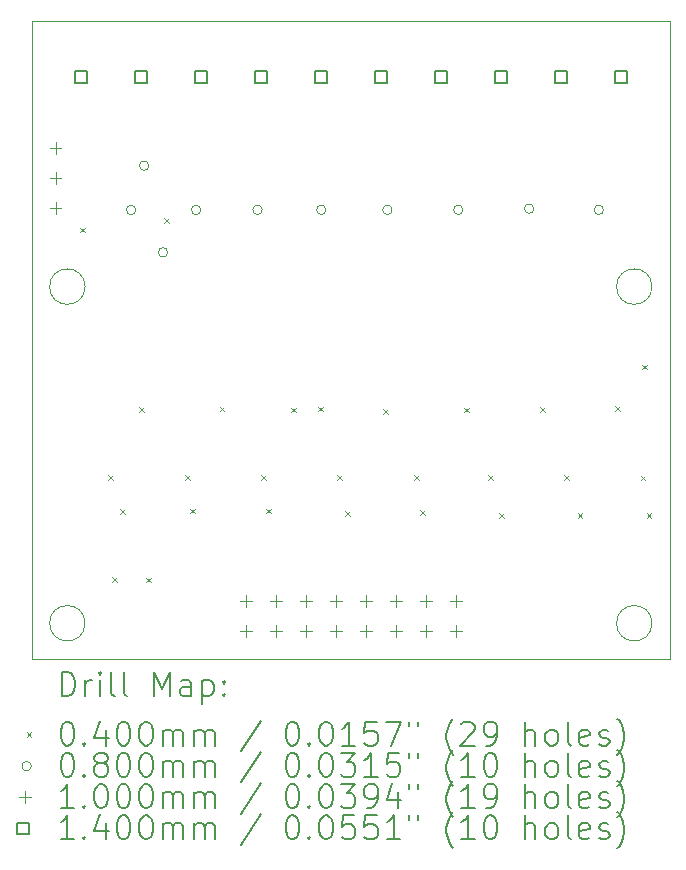
<source format=gbr>
%TF.GenerationSoftware,KiCad,Pcbnew,6.0.11+dfsg-1~bpo11+1*%
%TF.CreationDate,2023-04-06T13:57:45+02:00*%
%TF.ProjectId,dout-8_11,646f7574-2d38-45f3-9131-2e6b69636164,1.1*%
%TF.SameCoordinates,Original*%
%TF.FileFunction,Drillmap*%
%TF.FilePolarity,Positive*%
%FSLAX45Y45*%
G04 Gerber Fmt 4.5, Leading zero omitted, Abs format (unit mm)*
G04 Created by KiCad (PCBNEW 6.0.11+dfsg-1~bpo11+1) date 2023-04-06 13:57:45*
%MOMM*%
%LPD*%
G01*
G04 APERTURE LIST*
%ADD10C,0.100000*%
%ADD11C,0.200000*%
%ADD12C,0.040000*%
%ADD13C,0.080000*%
%ADD14C,0.140000*%
G04 APERTURE END LIST*
D10*
X17850000Y-8850000D02*
G75*
G03*
X17850000Y-8850000I-150000J0D01*
G01*
X17850000Y-11700000D02*
G75*
G03*
X17850000Y-11700000I-150000J0D01*
G01*
X13050000Y-11700000D02*
G75*
G03*
X13050000Y-11700000I-150000J0D01*
G01*
X12600000Y-12000000D02*
X18000000Y-12000000D01*
X18000000Y-12000000D02*
X18000000Y-6600000D01*
X18000000Y-6600000D02*
X12600000Y-6600000D01*
X12600000Y-6600000D02*
X12600000Y-12000000D01*
X13050000Y-8850000D02*
G75*
G03*
X13050000Y-8850000I-150000J0D01*
G01*
D11*
D12*
X13010000Y-8350000D02*
X13050000Y-8390000D01*
X13050000Y-8350000D02*
X13010000Y-8390000D01*
X13245000Y-10445000D02*
X13285000Y-10485000D01*
X13285000Y-10445000D02*
X13245000Y-10485000D01*
X13280000Y-11310000D02*
X13320000Y-11350000D01*
X13320000Y-11310000D02*
X13280000Y-11350000D01*
X13345000Y-10735000D02*
X13385000Y-10775000D01*
X13385000Y-10735000D02*
X13345000Y-10775000D01*
X13510000Y-9870000D02*
X13550000Y-9910000D01*
X13550000Y-9870000D02*
X13510000Y-9910000D01*
X13565000Y-11315000D02*
X13605000Y-11355000D01*
X13605000Y-11315000D02*
X13565000Y-11355000D01*
X13720000Y-8270000D02*
X13760000Y-8310000D01*
X13760000Y-8270000D02*
X13720000Y-8310000D01*
X13895000Y-10445000D02*
X13935000Y-10485000D01*
X13935000Y-10445000D02*
X13895000Y-10485000D01*
X13940000Y-10730000D02*
X13980000Y-10770000D01*
X13980000Y-10730000D02*
X13940000Y-10770000D01*
X14190000Y-9865000D02*
X14230000Y-9905000D01*
X14230000Y-9865000D02*
X14190000Y-9905000D01*
X14540000Y-10445000D02*
X14580000Y-10485000D01*
X14580000Y-10445000D02*
X14540000Y-10485000D01*
X14585000Y-10730000D02*
X14625000Y-10770000D01*
X14625000Y-10730000D02*
X14585000Y-10770000D01*
X14795000Y-9875000D02*
X14835000Y-9915000D01*
X14835000Y-9875000D02*
X14795000Y-9915000D01*
X15025000Y-9865000D02*
X15065000Y-9905000D01*
X15065000Y-9865000D02*
X15025000Y-9905000D01*
X15185000Y-10445000D02*
X15225000Y-10485000D01*
X15225000Y-10445000D02*
X15185000Y-10485000D01*
X15250000Y-10750000D02*
X15290000Y-10790000D01*
X15290000Y-10750000D02*
X15250000Y-10790000D01*
X15575000Y-9890000D02*
X15615000Y-9930000D01*
X15615000Y-9890000D02*
X15575000Y-9930000D01*
X15835000Y-10445000D02*
X15875000Y-10485000D01*
X15875000Y-10445000D02*
X15835000Y-10485000D01*
X15885000Y-10740000D02*
X15925000Y-10780000D01*
X15925000Y-10740000D02*
X15885000Y-10780000D01*
X16260000Y-9875000D02*
X16300000Y-9915000D01*
X16300000Y-9875000D02*
X16260000Y-9915000D01*
X16465000Y-10445000D02*
X16505000Y-10485000D01*
X16505000Y-10445000D02*
X16465000Y-10485000D01*
X16555000Y-10765000D02*
X16595000Y-10805000D01*
X16595000Y-10765000D02*
X16555000Y-10805000D01*
X16905000Y-9870000D02*
X16945000Y-9910000D01*
X16945000Y-9870000D02*
X16905000Y-9910000D01*
X17105000Y-10445000D02*
X17145000Y-10485000D01*
X17145000Y-10445000D02*
X17105000Y-10485000D01*
X17220000Y-10770000D02*
X17260000Y-10810000D01*
X17260000Y-10770000D02*
X17220000Y-10810000D01*
X17540000Y-9860000D02*
X17580000Y-9900000D01*
X17580000Y-9860000D02*
X17540000Y-9900000D01*
X17755000Y-10450000D02*
X17795000Y-10490000D01*
X17795000Y-10450000D02*
X17755000Y-10490000D01*
X17765000Y-9510000D02*
X17805000Y-9550000D01*
X17805000Y-9510000D02*
X17765000Y-9550000D01*
X17805000Y-10770000D02*
X17845000Y-10810000D01*
X17845000Y-10770000D02*
X17805000Y-10810000D01*
D13*
X13480000Y-8200000D02*
G75*
G03*
X13480000Y-8200000I-40000J0D01*
G01*
X13590000Y-7825000D02*
G75*
G03*
X13590000Y-7825000I-40000J0D01*
G01*
X13750000Y-8560000D02*
G75*
G03*
X13750000Y-8560000I-40000J0D01*
G01*
X14030000Y-8200000D02*
G75*
G03*
X14030000Y-8200000I-40000J0D01*
G01*
X14550000Y-8200000D02*
G75*
G03*
X14550000Y-8200000I-40000J0D01*
G01*
X15090000Y-8200000D02*
G75*
G03*
X15090000Y-8200000I-40000J0D01*
G01*
X15650000Y-8200000D02*
G75*
G03*
X15650000Y-8200000I-40000J0D01*
G01*
X16250000Y-8200000D02*
G75*
G03*
X16250000Y-8200000I-40000J0D01*
G01*
X16850000Y-8190000D02*
G75*
G03*
X16850000Y-8190000I-40000J0D01*
G01*
X17440000Y-8200000D02*
G75*
G03*
X17440000Y-8200000I-40000J0D01*
G01*
D10*
X12800000Y-7627500D02*
X12800000Y-7727500D01*
X12750000Y-7677500D02*
X12850000Y-7677500D01*
X12800000Y-7881500D02*
X12800000Y-7981500D01*
X12750000Y-7931500D02*
X12850000Y-7931500D01*
X12800000Y-8135500D02*
X12800000Y-8235500D01*
X12750000Y-8185500D02*
X12850000Y-8185500D01*
X14411000Y-11462000D02*
X14411000Y-11562000D01*
X14361000Y-11512000D02*
X14461000Y-11512000D01*
X14411000Y-11716000D02*
X14411000Y-11816000D01*
X14361000Y-11766000D02*
X14461000Y-11766000D01*
X14665000Y-11462000D02*
X14665000Y-11562000D01*
X14615000Y-11512000D02*
X14715000Y-11512000D01*
X14665000Y-11716000D02*
X14665000Y-11816000D01*
X14615000Y-11766000D02*
X14715000Y-11766000D01*
X14919000Y-11462000D02*
X14919000Y-11562000D01*
X14869000Y-11512000D02*
X14969000Y-11512000D01*
X14919000Y-11716000D02*
X14919000Y-11816000D01*
X14869000Y-11766000D02*
X14969000Y-11766000D01*
X15173000Y-11462000D02*
X15173000Y-11562000D01*
X15123000Y-11512000D02*
X15223000Y-11512000D01*
X15173000Y-11716000D02*
X15173000Y-11816000D01*
X15123000Y-11766000D02*
X15223000Y-11766000D01*
X15427000Y-11462000D02*
X15427000Y-11562000D01*
X15377000Y-11512000D02*
X15477000Y-11512000D01*
X15427000Y-11716000D02*
X15427000Y-11816000D01*
X15377000Y-11766000D02*
X15477000Y-11766000D01*
X15681000Y-11462000D02*
X15681000Y-11562000D01*
X15631000Y-11512000D02*
X15731000Y-11512000D01*
X15681000Y-11716000D02*
X15681000Y-11816000D01*
X15631000Y-11766000D02*
X15731000Y-11766000D01*
X15935000Y-11462000D02*
X15935000Y-11562000D01*
X15885000Y-11512000D02*
X15985000Y-11512000D01*
X15935000Y-11716000D02*
X15935000Y-11816000D01*
X15885000Y-11766000D02*
X15985000Y-11766000D01*
X16189000Y-11462000D02*
X16189000Y-11562000D01*
X16139000Y-11512000D02*
X16239000Y-11512000D01*
X16189000Y-11716000D02*
X16189000Y-11816000D01*
X16139000Y-11766000D02*
X16239000Y-11766000D01*
D14*
X13063498Y-7127248D02*
X13063498Y-7028252D01*
X12964502Y-7028252D01*
X12964502Y-7127248D01*
X13063498Y-7127248D01*
X13571498Y-7127248D02*
X13571498Y-7028252D01*
X13472502Y-7028252D01*
X13472502Y-7127248D01*
X13571498Y-7127248D01*
X14079498Y-7127248D02*
X14079498Y-7028252D01*
X13980502Y-7028252D01*
X13980502Y-7127248D01*
X14079498Y-7127248D01*
X14587498Y-7127248D02*
X14587498Y-7028252D01*
X14488502Y-7028252D01*
X14488502Y-7127248D01*
X14587498Y-7127248D01*
X15095498Y-7127248D02*
X15095498Y-7028252D01*
X14996502Y-7028252D01*
X14996502Y-7127248D01*
X15095498Y-7127248D01*
X15603498Y-7127248D02*
X15603498Y-7028252D01*
X15504502Y-7028252D01*
X15504502Y-7127248D01*
X15603498Y-7127248D01*
X16111498Y-7127248D02*
X16111498Y-7028252D01*
X16012502Y-7028252D01*
X16012502Y-7127248D01*
X16111498Y-7127248D01*
X16619498Y-7127248D02*
X16619498Y-7028252D01*
X16520502Y-7028252D01*
X16520502Y-7127248D01*
X16619498Y-7127248D01*
X17127498Y-7127248D02*
X17127498Y-7028252D01*
X17028502Y-7028252D01*
X17028502Y-7127248D01*
X17127498Y-7127248D01*
X17635498Y-7127248D02*
X17635498Y-7028252D01*
X17536502Y-7028252D01*
X17536502Y-7127248D01*
X17635498Y-7127248D01*
D11*
X12852619Y-12315476D02*
X12852619Y-12115476D01*
X12900238Y-12115476D01*
X12928809Y-12125000D01*
X12947857Y-12144048D01*
X12957381Y-12163095D01*
X12966905Y-12201190D01*
X12966905Y-12229762D01*
X12957381Y-12267857D01*
X12947857Y-12286905D01*
X12928809Y-12305952D01*
X12900238Y-12315476D01*
X12852619Y-12315476D01*
X13052619Y-12315476D02*
X13052619Y-12182143D01*
X13052619Y-12220238D02*
X13062143Y-12201190D01*
X13071667Y-12191667D01*
X13090714Y-12182143D01*
X13109762Y-12182143D01*
X13176428Y-12315476D02*
X13176428Y-12182143D01*
X13176428Y-12115476D02*
X13166905Y-12125000D01*
X13176428Y-12134524D01*
X13185952Y-12125000D01*
X13176428Y-12115476D01*
X13176428Y-12134524D01*
X13300238Y-12315476D02*
X13281190Y-12305952D01*
X13271667Y-12286905D01*
X13271667Y-12115476D01*
X13405000Y-12315476D02*
X13385952Y-12305952D01*
X13376428Y-12286905D01*
X13376428Y-12115476D01*
X13633571Y-12315476D02*
X13633571Y-12115476D01*
X13700238Y-12258333D01*
X13766905Y-12115476D01*
X13766905Y-12315476D01*
X13947857Y-12315476D02*
X13947857Y-12210714D01*
X13938333Y-12191667D01*
X13919286Y-12182143D01*
X13881190Y-12182143D01*
X13862143Y-12191667D01*
X13947857Y-12305952D02*
X13928809Y-12315476D01*
X13881190Y-12315476D01*
X13862143Y-12305952D01*
X13852619Y-12286905D01*
X13852619Y-12267857D01*
X13862143Y-12248809D01*
X13881190Y-12239286D01*
X13928809Y-12239286D01*
X13947857Y-12229762D01*
X14043095Y-12182143D02*
X14043095Y-12382143D01*
X14043095Y-12191667D02*
X14062143Y-12182143D01*
X14100238Y-12182143D01*
X14119286Y-12191667D01*
X14128809Y-12201190D01*
X14138333Y-12220238D01*
X14138333Y-12277381D01*
X14128809Y-12296428D01*
X14119286Y-12305952D01*
X14100238Y-12315476D01*
X14062143Y-12315476D01*
X14043095Y-12305952D01*
X14224048Y-12296428D02*
X14233571Y-12305952D01*
X14224048Y-12315476D01*
X14214524Y-12305952D01*
X14224048Y-12296428D01*
X14224048Y-12315476D01*
X14224048Y-12191667D02*
X14233571Y-12201190D01*
X14224048Y-12210714D01*
X14214524Y-12201190D01*
X14224048Y-12191667D01*
X14224048Y-12210714D01*
D12*
X12555000Y-12625000D02*
X12595000Y-12665000D01*
X12595000Y-12625000D02*
X12555000Y-12665000D01*
D11*
X12890714Y-12535476D02*
X12909762Y-12535476D01*
X12928809Y-12545000D01*
X12938333Y-12554524D01*
X12947857Y-12573571D01*
X12957381Y-12611667D01*
X12957381Y-12659286D01*
X12947857Y-12697381D01*
X12938333Y-12716428D01*
X12928809Y-12725952D01*
X12909762Y-12735476D01*
X12890714Y-12735476D01*
X12871667Y-12725952D01*
X12862143Y-12716428D01*
X12852619Y-12697381D01*
X12843095Y-12659286D01*
X12843095Y-12611667D01*
X12852619Y-12573571D01*
X12862143Y-12554524D01*
X12871667Y-12545000D01*
X12890714Y-12535476D01*
X13043095Y-12716428D02*
X13052619Y-12725952D01*
X13043095Y-12735476D01*
X13033571Y-12725952D01*
X13043095Y-12716428D01*
X13043095Y-12735476D01*
X13224048Y-12602143D02*
X13224048Y-12735476D01*
X13176428Y-12525952D02*
X13128809Y-12668809D01*
X13252619Y-12668809D01*
X13366905Y-12535476D02*
X13385952Y-12535476D01*
X13405000Y-12545000D01*
X13414524Y-12554524D01*
X13424048Y-12573571D01*
X13433571Y-12611667D01*
X13433571Y-12659286D01*
X13424048Y-12697381D01*
X13414524Y-12716428D01*
X13405000Y-12725952D01*
X13385952Y-12735476D01*
X13366905Y-12735476D01*
X13347857Y-12725952D01*
X13338333Y-12716428D01*
X13328809Y-12697381D01*
X13319286Y-12659286D01*
X13319286Y-12611667D01*
X13328809Y-12573571D01*
X13338333Y-12554524D01*
X13347857Y-12545000D01*
X13366905Y-12535476D01*
X13557381Y-12535476D02*
X13576428Y-12535476D01*
X13595476Y-12545000D01*
X13605000Y-12554524D01*
X13614524Y-12573571D01*
X13624048Y-12611667D01*
X13624048Y-12659286D01*
X13614524Y-12697381D01*
X13605000Y-12716428D01*
X13595476Y-12725952D01*
X13576428Y-12735476D01*
X13557381Y-12735476D01*
X13538333Y-12725952D01*
X13528809Y-12716428D01*
X13519286Y-12697381D01*
X13509762Y-12659286D01*
X13509762Y-12611667D01*
X13519286Y-12573571D01*
X13528809Y-12554524D01*
X13538333Y-12545000D01*
X13557381Y-12535476D01*
X13709762Y-12735476D02*
X13709762Y-12602143D01*
X13709762Y-12621190D02*
X13719286Y-12611667D01*
X13738333Y-12602143D01*
X13766905Y-12602143D01*
X13785952Y-12611667D01*
X13795476Y-12630714D01*
X13795476Y-12735476D01*
X13795476Y-12630714D02*
X13805000Y-12611667D01*
X13824048Y-12602143D01*
X13852619Y-12602143D01*
X13871667Y-12611667D01*
X13881190Y-12630714D01*
X13881190Y-12735476D01*
X13976428Y-12735476D02*
X13976428Y-12602143D01*
X13976428Y-12621190D02*
X13985952Y-12611667D01*
X14005000Y-12602143D01*
X14033571Y-12602143D01*
X14052619Y-12611667D01*
X14062143Y-12630714D01*
X14062143Y-12735476D01*
X14062143Y-12630714D02*
X14071667Y-12611667D01*
X14090714Y-12602143D01*
X14119286Y-12602143D01*
X14138333Y-12611667D01*
X14147857Y-12630714D01*
X14147857Y-12735476D01*
X14538333Y-12525952D02*
X14366905Y-12783095D01*
X14795476Y-12535476D02*
X14814524Y-12535476D01*
X14833571Y-12545000D01*
X14843095Y-12554524D01*
X14852619Y-12573571D01*
X14862143Y-12611667D01*
X14862143Y-12659286D01*
X14852619Y-12697381D01*
X14843095Y-12716428D01*
X14833571Y-12725952D01*
X14814524Y-12735476D01*
X14795476Y-12735476D01*
X14776428Y-12725952D01*
X14766905Y-12716428D01*
X14757381Y-12697381D01*
X14747857Y-12659286D01*
X14747857Y-12611667D01*
X14757381Y-12573571D01*
X14766905Y-12554524D01*
X14776428Y-12545000D01*
X14795476Y-12535476D01*
X14947857Y-12716428D02*
X14957381Y-12725952D01*
X14947857Y-12735476D01*
X14938333Y-12725952D01*
X14947857Y-12716428D01*
X14947857Y-12735476D01*
X15081190Y-12535476D02*
X15100238Y-12535476D01*
X15119286Y-12545000D01*
X15128809Y-12554524D01*
X15138333Y-12573571D01*
X15147857Y-12611667D01*
X15147857Y-12659286D01*
X15138333Y-12697381D01*
X15128809Y-12716428D01*
X15119286Y-12725952D01*
X15100238Y-12735476D01*
X15081190Y-12735476D01*
X15062143Y-12725952D01*
X15052619Y-12716428D01*
X15043095Y-12697381D01*
X15033571Y-12659286D01*
X15033571Y-12611667D01*
X15043095Y-12573571D01*
X15052619Y-12554524D01*
X15062143Y-12545000D01*
X15081190Y-12535476D01*
X15338333Y-12735476D02*
X15224048Y-12735476D01*
X15281190Y-12735476D02*
X15281190Y-12535476D01*
X15262143Y-12564048D01*
X15243095Y-12583095D01*
X15224048Y-12592619D01*
X15519286Y-12535476D02*
X15424048Y-12535476D01*
X15414524Y-12630714D01*
X15424048Y-12621190D01*
X15443095Y-12611667D01*
X15490714Y-12611667D01*
X15509762Y-12621190D01*
X15519286Y-12630714D01*
X15528809Y-12649762D01*
X15528809Y-12697381D01*
X15519286Y-12716428D01*
X15509762Y-12725952D01*
X15490714Y-12735476D01*
X15443095Y-12735476D01*
X15424048Y-12725952D01*
X15414524Y-12716428D01*
X15595476Y-12535476D02*
X15728809Y-12535476D01*
X15643095Y-12735476D01*
X15795476Y-12535476D02*
X15795476Y-12573571D01*
X15871667Y-12535476D02*
X15871667Y-12573571D01*
X16166905Y-12811667D02*
X16157381Y-12802143D01*
X16138333Y-12773571D01*
X16128809Y-12754524D01*
X16119286Y-12725952D01*
X16109762Y-12678333D01*
X16109762Y-12640238D01*
X16119286Y-12592619D01*
X16128809Y-12564048D01*
X16138333Y-12545000D01*
X16157381Y-12516428D01*
X16166905Y-12506905D01*
X16233571Y-12554524D02*
X16243095Y-12545000D01*
X16262143Y-12535476D01*
X16309762Y-12535476D01*
X16328809Y-12545000D01*
X16338333Y-12554524D01*
X16347857Y-12573571D01*
X16347857Y-12592619D01*
X16338333Y-12621190D01*
X16224048Y-12735476D01*
X16347857Y-12735476D01*
X16443095Y-12735476D02*
X16481190Y-12735476D01*
X16500238Y-12725952D01*
X16509762Y-12716428D01*
X16528809Y-12687857D01*
X16538333Y-12649762D01*
X16538333Y-12573571D01*
X16528809Y-12554524D01*
X16519286Y-12545000D01*
X16500238Y-12535476D01*
X16462143Y-12535476D01*
X16443095Y-12545000D01*
X16433571Y-12554524D01*
X16424048Y-12573571D01*
X16424048Y-12621190D01*
X16433571Y-12640238D01*
X16443095Y-12649762D01*
X16462143Y-12659286D01*
X16500238Y-12659286D01*
X16519286Y-12649762D01*
X16528809Y-12640238D01*
X16538333Y-12621190D01*
X16776428Y-12735476D02*
X16776428Y-12535476D01*
X16862143Y-12735476D02*
X16862143Y-12630714D01*
X16852619Y-12611667D01*
X16833571Y-12602143D01*
X16805000Y-12602143D01*
X16785952Y-12611667D01*
X16776428Y-12621190D01*
X16985952Y-12735476D02*
X16966905Y-12725952D01*
X16957381Y-12716428D01*
X16947857Y-12697381D01*
X16947857Y-12640238D01*
X16957381Y-12621190D01*
X16966905Y-12611667D01*
X16985952Y-12602143D01*
X17014524Y-12602143D01*
X17033571Y-12611667D01*
X17043095Y-12621190D01*
X17052619Y-12640238D01*
X17052619Y-12697381D01*
X17043095Y-12716428D01*
X17033571Y-12725952D01*
X17014524Y-12735476D01*
X16985952Y-12735476D01*
X17166905Y-12735476D02*
X17147857Y-12725952D01*
X17138333Y-12706905D01*
X17138333Y-12535476D01*
X17319286Y-12725952D02*
X17300238Y-12735476D01*
X17262143Y-12735476D01*
X17243095Y-12725952D01*
X17233571Y-12706905D01*
X17233571Y-12630714D01*
X17243095Y-12611667D01*
X17262143Y-12602143D01*
X17300238Y-12602143D01*
X17319286Y-12611667D01*
X17328810Y-12630714D01*
X17328810Y-12649762D01*
X17233571Y-12668809D01*
X17405000Y-12725952D02*
X17424048Y-12735476D01*
X17462143Y-12735476D01*
X17481190Y-12725952D01*
X17490714Y-12706905D01*
X17490714Y-12697381D01*
X17481190Y-12678333D01*
X17462143Y-12668809D01*
X17433571Y-12668809D01*
X17414524Y-12659286D01*
X17405000Y-12640238D01*
X17405000Y-12630714D01*
X17414524Y-12611667D01*
X17433571Y-12602143D01*
X17462143Y-12602143D01*
X17481190Y-12611667D01*
X17557381Y-12811667D02*
X17566905Y-12802143D01*
X17585952Y-12773571D01*
X17595476Y-12754524D01*
X17605000Y-12725952D01*
X17614524Y-12678333D01*
X17614524Y-12640238D01*
X17605000Y-12592619D01*
X17595476Y-12564048D01*
X17585952Y-12545000D01*
X17566905Y-12516428D01*
X17557381Y-12506905D01*
D13*
X12595000Y-12909000D02*
G75*
G03*
X12595000Y-12909000I-40000J0D01*
G01*
D11*
X12890714Y-12799476D02*
X12909762Y-12799476D01*
X12928809Y-12809000D01*
X12938333Y-12818524D01*
X12947857Y-12837571D01*
X12957381Y-12875667D01*
X12957381Y-12923286D01*
X12947857Y-12961381D01*
X12938333Y-12980428D01*
X12928809Y-12989952D01*
X12909762Y-12999476D01*
X12890714Y-12999476D01*
X12871667Y-12989952D01*
X12862143Y-12980428D01*
X12852619Y-12961381D01*
X12843095Y-12923286D01*
X12843095Y-12875667D01*
X12852619Y-12837571D01*
X12862143Y-12818524D01*
X12871667Y-12809000D01*
X12890714Y-12799476D01*
X13043095Y-12980428D02*
X13052619Y-12989952D01*
X13043095Y-12999476D01*
X13033571Y-12989952D01*
X13043095Y-12980428D01*
X13043095Y-12999476D01*
X13166905Y-12885190D02*
X13147857Y-12875667D01*
X13138333Y-12866143D01*
X13128809Y-12847095D01*
X13128809Y-12837571D01*
X13138333Y-12818524D01*
X13147857Y-12809000D01*
X13166905Y-12799476D01*
X13205000Y-12799476D01*
X13224048Y-12809000D01*
X13233571Y-12818524D01*
X13243095Y-12837571D01*
X13243095Y-12847095D01*
X13233571Y-12866143D01*
X13224048Y-12875667D01*
X13205000Y-12885190D01*
X13166905Y-12885190D01*
X13147857Y-12894714D01*
X13138333Y-12904238D01*
X13128809Y-12923286D01*
X13128809Y-12961381D01*
X13138333Y-12980428D01*
X13147857Y-12989952D01*
X13166905Y-12999476D01*
X13205000Y-12999476D01*
X13224048Y-12989952D01*
X13233571Y-12980428D01*
X13243095Y-12961381D01*
X13243095Y-12923286D01*
X13233571Y-12904238D01*
X13224048Y-12894714D01*
X13205000Y-12885190D01*
X13366905Y-12799476D02*
X13385952Y-12799476D01*
X13405000Y-12809000D01*
X13414524Y-12818524D01*
X13424048Y-12837571D01*
X13433571Y-12875667D01*
X13433571Y-12923286D01*
X13424048Y-12961381D01*
X13414524Y-12980428D01*
X13405000Y-12989952D01*
X13385952Y-12999476D01*
X13366905Y-12999476D01*
X13347857Y-12989952D01*
X13338333Y-12980428D01*
X13328809Y-12961381D01*
X13319286Y-12923286D01*
X13319286Y-12875667D01*
X13328809Y-12837571D01*
X13338333Y-12818524D01*
X13347857Y-12809000D01*
X13366905Y-12799476D01*
X13557381Y-12799476D02*
X13576428Y-12799476D01*
X13595476Y-12809000D01*
X13605000Y-12818524D01*
X13614524Y-12837571D01*
X13624048Y-12875667D01*
X13624048Y-12923286D01*
X13614524Y-12961381D01*
X13605000Y-12980428D01*
X13595476Y-12989952D01*
X13576428Y-12999476D01*
X13557381Y-12999476D01*
X13538333Y-12989952D01*
X13528809Y-12980428D01*
X13519286Y-12961381D01*
X13509762Y-12923286D01*
X13509762Y-12875667D01*
X13519286Y-12837571D01*
X13528809Y-12818524D01*
X13538333Y-12809000D01*
X13557381Y-12799476D01*
X13709762Y-12999476D02*
X13709762Y-12866143D01*
X13709762Y-12885190D02*
X13719286Y-12875667D01*
X13738333Y-12866143D01*
X13766905Y-12866143D01*
X13785952Y-12875667D01*
X13795476Y-12894714D01*
X13795476Y-12999476D01*
X13795476Y-12894714D02*
X13805000Y-12875667D01*
X13824048Y-12866143D01*
X13852619Y-12866143D01*
X13871667Y-12875667D01*
X13881190Y-12894714D01*
X13881190Y-12999476D01*
X13976428Y-12999476D02*
X13976428Y-12866143D01*
X13976428Y-12885190D02*
X13985952Y-12875667D01*
X14005000Y-12866143D01*
X14033571Y-12866143D01*
X14052619Y-12875667D01*
X14062143Y-12894714D01*
X14062143Y-12999476D01*
X14062143Y-12894714D02*
X14071667Y-12875667D01*
X14090714Y-12866143D01*
X14119286Y-12866143D01*
X14138333Y-12875667D01*
X14147857Y-12894714D01*
X14147857Y-12999476D01*
X14538333Y-12789952D02*
X14366905Y-13047095D01*
X14795476Y-12799476D02*
X14814524Y-12799476D01*
X14833571Y-12809000D01*
X14843095Y-12818524D01*
X14852619Y-12837571D01*
X14862143Y-12875667D01*
X14862143Y-12923286D01*
X14852619Y-12961381D01*
X14843095Y-12980428D01*
X14833571Y-12989952D01*
X14814524Y-12999476D01*
X14795476Y-12999476D01*
X14776428Y-12989952D01*
X14766905Y-12980428D01*
X14757381Y-12961381D01*
X14747857Y-12923286D01*
X14747857Y-12875667D01*
X14757381Y-12837571D01*
X14766905Y-12818524D01*
X14776428Y-12809000D01*
X14795476Y-12799476D01*
X14947857Y-12980428D02*
X14957381Y-12989952D01*
X14947857Y-12999476D01*
X14938333Y-12989952D01*
X14947857Y-12980428D01*
X14947857Y-12999476D01*
X15081190Y-12799476D02*
X15100238Y-12799476D01*
X15119286Y-12809000D01*
X15128809Y-12818524D01*
X15138333Y-12837571D01*
X15147857Y-12875667D01*
X15147857Y-12923286D01*
X15138333Y-12961381D01*
X15128809Y-12980428D01*
X15119286Y-12989952D01*
X15100238Y-12999476D01*
X15081190Y-12999476D01*
X15062143Y-12989952D01*
X15052619Y-12980428D01*
X15043095Y-12961381D01*
X15033571Y-12923286D01*
X15033571Y-12875667D01*
X15043095Y-12837571D01*
X15052619Y-12818524D01*
X15062143Y-12809000D01*
X15081190Y-12799476D01*
X15214524Y-12799476D02*
X15338333Y-12799476D01*
X15271667Y-12875667D01*
X15300238Y-12875667D01*
X15319286Y-12885190D01*
X15328809Y-12894714D01*
X15338333Y-12913762D01*
X15338333Y-12961381D01*
X15328809Y-12980428D01*
X15319286Y-12989952D01*
X15300238Y-12999476D01*
X15243095Y-12999476D01*
X15224048Y-12989952D01*
X15214524Y-12980428D01*
X15528809Y-12999476D02*
X15414524Y-12999476D01*
X15471667Y-12999476D02*
X15471667Y-12799476D01*
X15452619Y-12828048D01*
X15433571Y-12847095D01*
X15414524Y-12856619D01*
X15709762Y-12799476D02*
X15614524Y-12799476D01*
X15605000Y-12894714D01*
X15614524Y-12885190D01*
X15633571Y-12875667D01*
X15681190Y-12875667D01*
X15700238Y-12885190D01*
X15709762Y-12894714D01*
X15719286Y-12913762D01*
X15719286Y-12961381D01*
X15709762Y-12980428D01*
X15700238Y-12989952D01*
X15681190Y-12999476D01*
X15633571Y-12999476D01*
X15614524Y-12989952D01*
X15605000Y-12980428D01*
X15795476Y-12799476D02*
X15795476Y-12837571D01*
X15871667Y-12799476D02*
X15871667Y-12837571D01*
X16166905Y-13075667D02*
X16157381Y-13066143D01*
X16138333Y-13037571D01*
X16128809Y-13018524D01*
X16119286Y-12989952D01*
X16109762Y-12942333D01*
X16109762Y-12904238D01*
X16119286Y-12856619D01*
X16128809Y-12828048D01*
X16138333Y-12809000D01*
X16157381Y-12780428D01*
X16166905Y-12770905D01*
X16347857Y-12999476D02*
X16233571Y-12999476D01*
X16290714Y-12999476D02*
X16290714Y-12799476D01*
X16271667Y-12828048D01*
X16252619Y-12847095D01*
X16233571Y-12856619D01*
X16471667Y-12799476D02*
X16490714Y-12799476D01*
X16509762Y-12809000D01*
X16519286Y-12818524D01*
X16528809Y-12837571D01*
X16538333Y-12875667D01*
X16538333Y-12923286D01*
X16528809Y-12961381D01*
X16519286Y-12980428D01*
X16509762Y-12989952D01*
X16490714Y-12999476D01*
X16471667Y-12999476D01*
X16452619Y-12989952D01*
X16443095Y-12980428D01*
X16433571Y-12961381D01*
X16424048Y-12923286D01*
X16424048Y-12875667D01*
X16433571Y-12837571D01*
X16443095Y-12818524D01*
X16452619Y-12809000D01*
X16471667Y-12799476D01*
X16776428Y-12999476D02*
X16776428Y-12799476D01*
X16862143Y-12999476D02*
X16862143Y-12894714D01*
X16852619Y-12875667D01*
X16833571Y-12866143D01*
X16805000Y-12866143D01*
X16785952Y-12875667D01*
X16776428Y-12885190D01*
X16985952Y-12999476D02*
X16966905Y-12989952D01*
X16957381Y-12980428D01*
X16947857Y-12961381D01*
X16947857Y-12904238D01*
X16957381Y-12885190D01*
X16966905Y-12875667D01*
X16985952Y-12866143D01*
X17014524Y-12866143D01*
X17033571Y-12875667D01*
X17043095Y-12885190D01*
X17052619Y-12904238D01*
X17052619Y-12961381D01*
X17043095Y-12980428D01*
X17033571Y-12989952D01*
X17014524Y-12999476D01*
X16985952Y-12999476D01*
X17166905Y-12999476D02*
X17147857Y-12989952D01*
X17138333Y-12970905D01*
X17138333Y-12799476D01*
X17319286Y-12989952D02*
X17300238Y-12999476D01*
X17262143Y-12999476D01*
X17243095Y-12989952D01*
X17233571Y-12970905D01*
X17233571Y-12894714D01*
X17243095Y-12875667D01*
X17262143Y-12866143D01*
X17300238Y-12866143D01*
X17319286Y-12875667D01*
X17328810Y-12894714D01*
X17328810Y-12913762D01*
X17233571Y-12932809D01*
X17405000Y-12989952D02*
X17424048Y-12999476D01*
X17462143Y-12999476D01*
X17481190Y-12989952D01*
X17490714Y-12970905D01*
X17490714Y-12961381D01*
X17481190Y-12942333D01*
X17462143Y-12932809D01*
X17433571Y-12932809D01*
X17414524Y-12923286D01*
X17405000Y-12904238D01*
X17405000Y-12894714D01*
X17414524Y-12875667D01*
X17433571Y-12866143D01*
X17462143Y-12866143D01*
X17481190Y-12875667D01*
X17557381Y-13075667D02*
X17566905Y-13066143D01*
X17585952Y-13037571D01*
X17595476Y-13018524D01*
X17605000Y-12989952D01*
X17614524Y-12942333D01*
X17614524Y-12904238D01*
X17605000Y-12856619D01*
X17595476Y-12828048D01*
X17585952Y-12809000D01*
X17566905Y-12780428D01*
X17557381Y-12770905D01*
D10*
X12545000Y-13123000D02*
X12545000Y-13223000D01*
X12495000Y-13173000D02*
X12595000Y-13173000D01*
D11*
X12957381Y-13263476D02*
X12843095Y-13263476D01*
X12900238Y-13263476D02*
X12900238Y-13063476D01*
X12881190Y-13092048D01*
X12862143Y-13111095D01*
X12843095Y-13120619D01*
X13043095Y-13244428D02*
X13052619Y-13253952D01*
X13043095Y-13263476D01*
X13033571Y-13253952D01*
X13043095Y-13244428D01*
X13043095Y-13263476D01*
X13176428Y-13063476D02*
X13195476Y-13063476D01*
X13214524Y-13073000D01*
X13224048Y-13082524D01*
X13233571Y-13101571D01*
X13243095Y-13139667D01*
X13243095Y-13187286D01*
X13233571Y-13225381D01*
X13224048Y-13244428D01*
X13214524Y-13253952D01*
X13195476Y-13263476D01*
X13176428Y-13263476D01*
X13157381Y-13253952D01*
X13147857Y-13244428D01*
X13138333Y-13225381D01*
X13128809Y-13187286D01*
X13128809Y-13139667D01*
X13138333Y-13101571D01*
X13147857Y-13082524D01*
X13157381Y-13073000D01*
X13176428Y-13063476D01*
X13366905Y-13063476D02*
X13385952Y-13063476D01*
X13405000Y-13073000D01*
X13414524Y-13082524D01*
X13424048Y-13101571D01*
X13433571Y-13139667D01*
X13433571Y-13187286D01*
X13424048Y-13225381D01*
X13414524Y-13244428D01*
X13405000Y-13253952D01*
X13385952Y-13263476D01*
X13366905Y-13263476D01*
X13347857Y-13253952D01*
X13338333Y-13244428D01*
X13328809Y-13225381D01*
X13319286Y-13187286D01*
X13319286Y-13139667D01*
X13328809Y-13101571D01*
X13338333Y-13082524D01*
X13347857Y-13073000D01*
X13366905Y-13063476D01*
X13557381Y-13063476D02*
X13576428Y-13063476D01*
X13595476Y-13073000D01*
X13605000Y-13082524D01*
X13614524Y-13101571D01*
X13624048Y-13139667D01*
X13624048Y-13187286D01*
X13614524Y-13225381D01*
X13605000Y-13244428D01*
X13595476Y-13253952D01*
X13576428Y-13263476D01*
X13557381Y-13263476D01*
X13538333Y-13253952D01*
X13528809Y-13244428D01*
X13519286Y-13225381D01*
X13509762Y-13187286D01*
X13509762Y-13139667D01*
X13519286Y-13101571D01*
X13528809Y-13082524D01*
X13538333Y-13073000D01*
X13557381Y-13063476D01*
X13709762Y-13263476D02*
X13709762Y-13130143D01*
X13709762Y-13149190D02*
X13719286Y-13139667D01*
X13738333Y-13130143D01*
X13766905Y-13130143D01*
X13785952Y-13139667D01*
X13795476Y-13158714D01*
X13795476Y-13263476D01*
X13795476Y-13158714D02*
X13805000Y-13139667D01*
X13824048Y-13130143D01*
X13852619Y-13130143D01*
X13871667Y-13139667D01*
X13881190Y-13158714D01*
X13881190Y-13263476D01*
X13976428Y-13263476D02*
X13976428Y-13130143D01*
X13976428Y-13149190D02*
X13985952Y-13139667D01*
X14005000Y-13130143D01*
X14033571Y-13130143D01*
X14052619Y-13139667D01*
X14062143Y-13158714D01*
X14062143Y-13263476D01*
X14062143Y-13158714D02*
X14071667Y-13139667D01*
X14090714Y-13130143D01*
X14119286Y-13130143D01*
X14138333Y-13139667D01*
X14147857Y-13158714D01*
X14147857Y-13263476D01*
X14538333Y-13053952D02*
X14366905Y-13311095D01*
X14795476Y-13063476D02*
X14814524Y-13063476D01*
X14833571Y-13073000D01*
X14843095Y-13082524D01*
X14852619Y-13101571D01*
X14862143Y-13139667D01*
X14862143Y-13187286D01*
X14852619Y-13225381D01*
X14843095Y-13244428D01*
X14833571Y-13253952D01*
X14814524Y-13263476D01*
X14795476Y-13263476D01*
X14776428Y-13253952D01*
X14766905Y-13244428D01*
X14757381Y-13225381D01*
X14747857Y-13187286D01*
X14747857Y-13139667D01*
X14757381Y-13101571D01*
X14766905Y-13082524D01*
X14776428Y-13073000D01*
X14795476Y-13063476D01*
X14947857Y-13244428D02*
X14957381Y-13253952D01*
X14947857Y-13263476D01*
X14938333Y-13253952D01*
X14947857Y-13244428D01*
X14947857Y-13263476D01*
X15081190Y-13063476D02*
X15100238Y-13063476D01*
X15119286Y-13073000D01*
X15128809Y-13082524D01*
X15138333Y-13101571D01*
X15147857Y-13139667D01*
X15147857Y-13187286D01*
X15138333Y-13225381D01*
X15128809Y-13244428D01*
X15119286Y-13253952D01*
X15100238Y-13263476D01*
X15081190Y-13263476D01*
X15062143Y-13253952D01*
X15052619Y-13244428D01*
X15043095Y-13225381D01*
X15033571Y-13187286D01*
X15033571Y-13139667D01*
X15043095Y-13101571D01*
X15052619Y-13082524D01*
X15062143Y-13073000D01*
X15081190Y-13063476D01*
X15214524Y-13063476D02*
X15338333Y-13063476D01*
X15271667Y-13139667D01*
X15300238Y-13139667D01*
X15319286Y-13149190D01*
X15328809Y-13158714D01*
X15338333Y-13177762D01*
X15338333Y-13225381D01*
X15328809Y-13244428D01*
X15319286Y-13253952D01*
X15300238Y-13263476D01*
X15243095Y-13263476D01*
X15224048Y-13253952D01*
X15214524Y-13244428D01*
X15433571Y-13263476D02*
X15471667Y-13263476D01*
X15490714Y-13253952D01*
X15500238Y-13244428D01*
X15519286Y-13215857D01*
X15528809Y-13177762D01*
X15528809Y-13101571D01*
X15519286Y-13082524D01*
X15509762Y-13073000D01*
X15490714Y-13063476D01*
X15452619Y-13063476D01*
X15433571Y-13073000D01*
X15424048Y-13082524D01*
X15414524Y-13101571D01*
X15414524Y-13149190D01*
X15424048Y-13168238D01*
X15433571Y-13177762D01*
X15452619Y-13187286D01*
X15490714Y-13187286D01*
X15509762Y-13177762D01*
X15519286Y-13168238D01*
X15528809Y-13149190D01*
X15700238Y-13130143D02*
X15700238Y-13263476D01*
X15652619Y-13053952D02*
X15605000Y-13196809D01*
X15728809Y-13196809D01*
X15795476Y-13063476D02*
X15795476Y-13101571D01*
X15871667Y-13063476D02*
X15871667Y-13101571D01*
X16166905Y-13339667D02*
X16157381Y-13330143D01*
X16138333Y-13301571D01*
X16128809Y-13282524D01*
X16119286Y-13253952D01*
X16109762Y-13206333D01*
X16109762Y-13168238D01*
X16119286Y-13120619D01*
X16128809Y-13092048D01*
X16138333Y-13073000D01*
X16157381Y-13044428D01*
X16166905Y-13034905D01*
X16347857Y-13263476D02*
X16233571Y-13263476D01*
X16290714Y-13263476D02*
X16290714Y-13063476D01*
X16271667Y-13092048D01*
X16252619Y-13111095D01*
X16233571Y-13120619D01*
X16443095Y-13263476D02*
X16481190Y-13263476D01*
X16500238Y-13253952D01*
X16509762Y-13244428D01*
X16528809Y-13215857D01*
X16538333Y-13177762D01*
X16538333Y-13101571D01*
X16528809Y-13082524D01*
X16519286Y-13073000D01*
X16500238Y-13063476D01*
X16462143Y-13063476D01*
X16443095Y-13073000D01*
X16433571Y-13082524D01*
X16424048Y-13101571D01*
X16424048Y-13149190D01*
X16433571Y-13168238D01*
X16443095Y-13177762D01*
X16462143Y-13187286D01*
X16500238Y-13187286D01*
X16519286Y-13177762D01*
X16528809Y-13168238D01*
X16538333Y-13149190D01*
X16776428Y-13263476D02*
X16776428Y-13063476D01*
X16862143Y-13263476D02*
X16862143Y-13158714D01*
X16852619Y-13139667D01*
X16833571Y-13130143D01*
X16805000Y-13130143D01*
X16785952Y-13139667D01*
X16776428Y-13149190D01*
X16985952Y-13263476D02*
X16966905Y-13253952D01*
X16957381Y-13244428D01*
X16947857Y-13225381D01*
X16947857Y-13168238D01*
X16957381Y-13149190D01*
X16966905Y-13139667D01*
X16985952Y-13130143D01*
X17014524Y-13130143D01*
X17033571Y-13139667D01*
X17043095Y-13149190D01*
X17052619Y-13168238D01*
X17052619Y-13225381D01*
X17043095Y-13244428D01*
X17033571Y-13253952D01*
X17014524Y-13263476D01*
X16985952Y-13263476D01*
X17166905Y-13263476D02*
X17147857Y-13253952D01*
X17138333Y-13234905D01*
X17138333Y-13063476D01*
X17319286Y-13253952D02*
X17300238Y-13263476D01*
X17262143Y-13263476D01*
X17243095Y-13253952D01*
X17233571Y-13234905D01*
X17233571Y-13158714D01*
X17243095Y-13139667D01*
X17262143Y-13130143D01*
X17300238Y-13130143D01*
X17319286Y-13139667D01*
X17328810Y-13158714D01*
X17328810Y-13177762D01*
X17233571Y-13196809D01*
X17405000Y-13253952D02*
X17424048Y-13263476D01*
X17462143Y-13263476D01*
X17481190Y-13253952D01*
X17490714Y-13234905D01*
X17490714Y-13225381D01*
X17481190Y-13206333D01*
X17462143Y-13196809D01*
X17433571Y-13196809D01*
X17414524Y-13187286D01*
X17405000Y-13168238D01*
X17405000Y-13158714D01*
X17414524Y-13139667D01*
X17433571Y-13130143D01*
X17462143Y-13130143D01*
X17481190Y-13139667D01*
X17557381Y-13339667D02*
X17566905Y-13330143D01*
X17585952Y-13301571D01*
X17595476Y-13282524D01*
X17605000Y-13253952D01*
X17614524Y-13206333D01*
X17614524Y-13168238D01*
X17605000Y-13120619D01*
X17595476Y-13092048D01*
X17585952Y-13073000D01*
X17566905Y-13044428D01*
X17557381Y-13034905D01*
D14*
X12574498Y-13486498D02*
X12574498Y-13387502D01*
X12475502Y-13387502D01*
X12475502Y-13486498D01*
X12574498Y-13486498D01*
D11*
X12957381Y-13527476D02*
X12843095Y-13527476D01*
X12900238Y-13527476D02*
X12900238Y-13327476D01*
X12881190Y-13356048D01*
X12862143Y-13375095D01*
X12843095Y-13384619D01*
X13043095Y-13508428D02*
X13052619Y-13517952D01*
X13043095Y-13527476D01*
X13033571Y-13517952D01*
X13043095Y-13508428D01*
X13043095Y-13527476D01*
X13224048Y-13394143D02*
X13224048Y-13527476D01*
X13176428Y-13317952D02*
X13128809Y-13460809D01*
X13252619Y-13460809D01*
X13366905Y-13327476D02*
X13385952Y-13327476D01*
X13405000Y-13337000D01*
X13414524Y-13346524D01*
X13424048Y-13365571D01*
X13433571Y-13403667D01*
X13433571Y-13451286D01*
X13424048Y-13489381D01*
X13414524Y-13508428D01*
X13405000Y-13517952D01*
X13385952Y-13527476D01*
X13366905Y-13527476D01*
X13347857Y-13517952D01*
X13338333Y-13508428D01*
X13328809Y-13489381D01*
X13319286Y-13451286D01*
X13319286Y-13403667D01*
X13328809Y-13365571D01*
X13338333Y-13346524D01*
X13347857Y-13337000D01*
X13366905Y-13327476D01*
X13557381Y-13327476D02*
X13576428Y-13327476D01*
X13595476Y-13337000D01*
X13605000Y-13346524D01*
X13614524Y-13365571D01*
X13624048Y-13403667D01*
X13624048Y-13451286D01*
X13614524Y-13489381D01*
X13605000Y-13508428D01*
X13595476Y-13517952D01*
X13576428Y-13527476D01*
X13557381Y-13527476D01*
X13538333Y-13517952D01*
X13528809Y-13508428D01*
X13519286Y-13489381D01*
X13509762Y-13451286D01*
X13509762Y-13403667D01*
X13519286Y-13365571D01*
X13528809Y-13346524D01*
X13538333Y-13337000D01*
X13557381Y-13327476D01*
X13709762Y-13527476D02*
X13709762Y-13394143D01*
X13709762Y-13413190D02*
X13719286Y-13403667D01*
X13738333Y-13394143D01*
X13766905Y-13394143D01*
X13785952Y-13403667D01*
X13795476Y-13422714D01*
X13795476Y-13527476D01*
X13795476Y-13422714D02*
X13805000Y-13403667D01*
X13824048Y-13394143D01*
X13852619Y-13394143D01*
X13871667Y-13403667D01*
X13881190Y-13422714D01*
X13881190Y-13527476D01*
X13976428Y-13527476D02*
X13976428Y-13394143D01*
X13976428Y-13413190D02*
X13985952Y-13403667D01*
X14005000Y-13394143D01*
X14033571Y-13394143D01*
X14052619Y-13403667D01*
X14062143Y-13422714D01*
X14062143Y-13527476D01*
X14062143Y-13422714D02*
X14071667Y-13403667D01*
X14090714Y-13394143D01*
X14119286Y-13394143D01*
X14138333Y-13403667D01*
X14147857Y-13422714D01*
X14147857Y-13527476D01*
X14538333Y-13317952D02*
X14366905Y-13575095D01*
X14795476Y-13327476D02*
X14814524Y-13327476D01*
X14833571Y-13337000D01*
X14843095Y-13346524D01*
X14852619Y-13365571D01*
X14862143Y-13403667D01*
X14862143Y-13451286D01*
X14852619Y-13489381D01*
X14843095Y-13508428D01*
X14833571Y-13517952D01*
X14814524Y-13527476D01*
X14795476Y-13527476D01*
X14776428Y-13517952D01*
X14766905Y-13508428D01*
X14757381Y-13489381D01*
X14747857Y-13451286D01*
X14747857Y-13403667D01*
X14757381Y-13365571D01*
X14766905Y-13346524D01*
X14776428Y-13337000D01*
X14795476Y-13327476D01*
X14947857Y-13508428D02*
X14957381Y-13517952D01*
X14947857Y-13527476D01*
X14938333Y-13517952D01*
X14947857Y-13508428D01*
X14947857Y-13527476D01*
X15081190Y-13327476D02*
X15100238Y-13327476D01*
X15119286Y-13337000D01*
X15128809Y-13346524D01*
X15138333Y-13365571D01*
X15147857Y-13403667D01*
X15147857Y-13451286D01*
X15138333Y-13489381D01*
X15128809Y-13508428D01*
X15119286Y-13517952D01*
X15100238Y-13527476D01*
X15081190Y-13527476D01*
X15062143Y-13517952D01*
X15052619Y-13508428D01*
X15043095Y-13489381D01*
X15033571Y-13451286D01*
X15033571Y-13403667D01*
X15043095Y-13365571D01*
X15052619Y-13346524D01*
X15062143Y-13337000D01*
X15081190Y-13327476D01*
X15328809Y-13327476D02*
X15233571Y-13327476D01*
X15224048Y-13422714D01*
X15233571Y-13413190D01*
X15252619Y-13403667D01*
X15300238Y-13403667D01*
X15319286Y-13413190D01*
X15328809Y-13422714D01*
X15338333Y-13441762D01*
X15338333Y-13489381D01*
X15328809Y-13508428D01*
X15319286Y-13517952D01*
X15300238Y-13527476D01*
X15252619Y-13527476D01*
X15233571Y-13517952D01*
X15224048Y-13508428D01*
X15519286Y-13327476D02*
X15424048Y-13327476D01*
X15414524Y-13422714D01*
X15424048Y-13413190D01*
X15443095Y-13403667D01*
X15490714Y-13403667D01*
X15509762Y-13413190D01*
X15519286Y-13422714D01*
X15528809Y-13441762D01*
X15528809Y-13489381D01*
X15519286Y-13508428D01*
X15509762Y-13517952D01*
X15490714Y-13527476D01*
X15443095Y-13527476D01*
X15424048Y-13517952D01*
X15414524Y-13508428D01*
X15719286Y-13527476D02*
X15605000Y-13527476D01*
X15662143Y-13527476D02*
X15662143Y-13327476D01*
X15643095Y-13356048D01*
X15624048Y-13375095D01*
X15605000Y-13384619D01*
X15795476Y-13327476D02*
X15795476Y-13365571D01*
X15871667Y-13327476D02*
X15871667Y-13365571D01*
X16166905Y-13603667D02*
X16157381Y-13594143D01*
X16138333Y-13565571D01*
X16128809Y-13546524D01*
X16119286Y-13517952D01*
X16109762Y-13470333D01*
X16109762Y-13432238D01*
X16119286Y-13384619D01*
X16128809Y-13356048D01*
X16138333Y-13337000D01*
X16157381Y-13308428D01*
X16166905Y-13298905D01*
X16347857Y-13527476D02*
X16233571Y-13527476D01*
X16290714Y-13527476D02*
X16290714Y-13327476D01*
X16271667Y-13356048D01*
X16252619Y-13375095D01*
X16233571Y-13384619D01*
X16471667Y-13327476D02*
X16490714Y-13327476D01*
X16509762Y-13337000D01*
X16519286Y-13346524D01*
X16528809Y-13365571D01*
X16538333Y-13403667D01*
X16538333Y-13451286D01*
X16528809Y-13489381D01*
X16519286Y-13508428D01*
X16509762Y-13517952D01*
X16490714Y-13527476D01*
X16471667Y-13527476D01*
X16452619Y-13517952D01*
X16443095Y-13508428D01*
X16433571Y-13489381D01*
X16424048Y-13451286D01*
X16424048Y-13403667D01*
X16433571Y-13365571D01*
X16443095Y-13346524D01*
X16452619Y-13337000D01*
X16471667Y-13327476D01*
X16776428Y-13527476D02*
X16776428Y-13327476D01*
X16862143Y-13527476D02*
X16862143Y-13422714D01*
X16852619Y-13403667D01*
X16833571Y-13394143D01*
X16805000Y-13394143D01*
X16785952Y-13403667D01*
X16776428Y-13413190D01*
X16985952Y-13527476D02*
X16966905Y-13517952D01*
X16957381Y-13508428D01*
X16947857Y-13489381D01*
X16947857Y-13432238D01*
X16957381Y-13413190D01*
X16966905Y-13403667D01*
X16985952Y-13394143D01*
X17014524Y-13394143D01*
X17033571Y-13403667D01*
X17043095Y-13413190D01*
X17052619Y-13432238D01*
X17052619Y-13489381D01*
X17043095Y-13508428D01*
X17033571Y-13517952D01*
X17014524Y-13527476D01*
X16985952Y-13527476D01*
X17166905Y-13527476D02*
X17147857Y-13517952D01*
X17138333Y-13498905D01*
X17138333Y-13327476D01*
X17319286Y-13517952D02*
X17300238Y-13527476D01*
X17262143Y-13527476D01*
X17243095Y-13517952D01*
X17233571Y-13498905D01*
X17233571Y-13422714D01*
X17243095Y-13403667D01*
X17262143Y-13394143D01*
X17300238Y-13394143D01*
X17319286Y-13403667D01*
X17328810Y-13422714D01*
X17328810Y-13441762D01*
X17233571Y-13460809D01*
X17405000Y-13517952D02*
X17424048Y-13527476D01*
X17462143Y-13527476D01*
X17481190Y-13517952D01*
X17490714Y-13498905D01*
X17490714Y-13489381D01*
X17481190Y-13470333D01*
X17462143Y-13460809D01*
X17433571Y-13460809D01*
X17414524Y-13451286D01*
X17405000Y-13432238D01*
X17405000Y-13422714D01*
X17414524Y-13403667D01*
X17433571Y-13394143D01*
X17462143Y-13394143D01*
X17481190Y-13403667D01*
X17557381Y-13603667D02*
X17566905Y-13594143D01*
X17585952Y-13565571D01*
X17595476Y-13546524D01*
X17605000Y-13517952D01*
X17614524Y-13470333D01*
X17614524Y-13432238D01*
X17605000Y-13384619D01*
X17595476Y-13356048D01*
X17585952Y-13337000D01*
X17566905Y-13308428D01*
X17557381Y-13298905D01*
M02*

</source>
